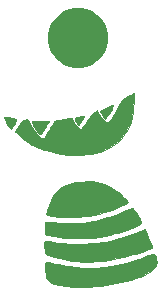
<source format=gbr>
G04 #@! TF.GenerationSoftware,KiCad,Pcbnew,5.1.4-e60b266~84~ubuntu18.04.1*
G04 #@! TF.CreationDate,2019-08-18T12:13:47-06:00*
G04 #@! TF.ProjectId,Tiny,54696e79-2e6b-4696-9361-645f70636258,rev?*
G04 #@! TF.SameCoordinates,Original*
G04 #@! TF.FileFunction,Soldermask,Bot*
G04 #@! TF.FilePolarity,Negative*
%FSLAX46Y46*%
G04 Gerber Fmt 4.6, Leading zero omitted, Abs format (unit mm)*
G04 Created by KiCad (PCBNEW 5.1.4-e60b266~84~ubuntu18.04.1) date 2019-08-18 12:13:47*
%MOMM*%
%LPD*%
G04 APERTURE LIST*
%ADD10C,0.010000*%
%ADD11C,0.100000*%
G04 APERTURE END LIST*
D10*
G36*
X158813480Y-93885712D02*
G01*
X158881369Y-93924710D01*
X158937543Y-93997703D01*
X158952157Y-94024409D01*
X158980521Y-94099277D01*
X159006369Y-94203675D01*
X159027450Y-94324801D01*
X159041516Y-94449851D01*
X159046333Y-94560564D01*
X159042905Y-94655089D01*
X159029352Y-94729025D01*
X159000770Y-94803793D01*
X158981481Y-94843852D01*
X158888080Y-94988543D01*
X158754232Y-95131778D01*
X158581817Y-95272865D01*
X158372717Y-95411115D01*
X158128811Y-95545836D01*
X157851979Y-95676337D01*
X157544102Y-95801927D01*
X157207059Y-95921916D01*
X156842731Y-96035614D01*
X156452998Y-96142328D01*
X156039739Y-96241369D01*
X155604836Y-96332045D01*
X155150167Y-96413665D01*
X154677614Y-96485540D01*
X154421417Y-96519338D01*
X154095523Y-96556920D01*
X153779500Y-96586449D01*
X153461685Y-96608679D01*
X153130412Y-96624365D01*
X152774018Y-96634260D01*
X152601083Y-96637042D01*
X152409593Y-96639416D01*
X152253838Y-96640863D01*
X152127223Y-96641070D01*
X152023155Y-96639721D01*
X151935039Y-96636502D01*
X151856282Y-96631100D01*
X151780290Y-96623200D01*
X151700467Y-96612487D01*
X151610221Y-96598648D01*
X151532167Y-96586099D01*
X151243468Y-96537619D01*
X150976574Y-96489305D01*
X150734484Y-96441825D01*
X150520197Y-96395847D01*
X150336713Y-96352039D01*
X150187033Y-96311071D01*
X150074154Y-96273611D01*
X150014998Y-96247988D01*
X149911442Y-96177755D01*
X149828817Y-96082188D01*
X149764201Y-95956572D01*
X149714670Y-95796190D01*
X149703258Y-95745140D01*
X149674016Y-95591734D01*
X149647230Y-95426415D01*
X149624054Y-95258780D01*
X149605642Y-95098423D01*
X149593147Y-94954940D01*
X149587721Y-94837925D01*
X149588187Y-94787888D01*
X149592721Y-94700257D01*
X149600063Y-94643260D01*
X149613959Y-94605212D01*
X149638158Y-94574424D01*
X149664542Y-94549763D01*
X149707815Y-94514549D01*
X149747210Y-94495676D01*
X149793058Y-94492876D01*
X149855692Y-94505883D01*
X149945444Y-94534428D01*
X149967417Y-94541931D01*
X150182599Y-94608850D01*
X150433811Y-94674986D01*
X150714754Y-94739216D01*
X151019127Y-94800414D01*
X151340629Y-94857457D01*
X151672959Y-94909221D01*
X152009817Y-94954581D01*
X152344901Y-94992413D01*
X152643417Y-95019385D01*
X152814653Y-95028962D01*
X153017757Y-95033932D01*
X153242535Y-95034506D01*
X153478796Y-95030893D01*
X153716348Y-95023304D01*
X153944999Y-95011948D01*
X154154557Y-94997035D01*
X154273250Y-94985796D01*
X154707215Y-94933035D01*
X155145646Y-94867061D01*
X155582521Y-94789264D01*
X156011820Y-94701030D01*
X156427523Y-94603748D01*
X156823609Y-94498806D01*
X157194058Y-94387592D01*
X157532849Y-94271492D01*
X157765891Y-94180663D01*
X157961565Y-94102183D01*
X158147353Y-94032623D01*
X158318103Y-93973631D01*
X158468663Y-93926853D01*
X158593881Y-93893940D01*
X158688606Y-93876538D01*
X158723941Y-93874167D01*
X158813480Y-93885712D01*
X158813480Y-93885712D01*
G37*
X158813480Y-93885712D02*
X158881369Y-93924710D01*
X158937543Y-93997703D01*
X158952157Y-94024409D01*
X158980521Y-94099277D01*
X159006369Y-94203675D01*
X159027450Y-94324801D01*
X159041516Y-94449851D01*
X159046333Y-94560564D01*
X159042905Y-94655089D01*
X159029352Y-94729025D01*
X159000770Y-94803793D01*
X158981481Y-94843852D01*
X158888080Y-94988543D01*
X158754232Y-95131778D01*
X158581817Y-95272865D01*
X158372717Y-95411115D01*
X158128811Y-95545836D01*
X157851979Y-95676337D01*
X157544102Y-95801927D01*
X157207059Y-95921916D01*
X156842731Y-96035614D01*
X156452998Y-96142328D01*
X156039739Y-96241369D01*
X155604836Y-96332045D01*
X155150167Y-96413665D01*
X154677614Y-96485540D01*
X154421417Y-96519338D01*
X154095523Y-96556920D01*
X153779500Y-96586449D01*
X153461685Y-96608679D01*
X153130412Y-96624365D01*
X152774018Y-96634260D01*
X152601083Y-96637042D01*
X152409593Y-96639416D01*
X152253838Y-96640863D01*
X152127223Y-96641070D01*
X152023155Y-96639721D01*
X151935039Y-96636502D01*
X151856282Y-96631100D01*
X151780290Y-96623200D01*
X151700467Y-96612487D01*
X151610221Y-96598648D01*
X151532167Y-96586099D01*
X151243468Y-96537619D01*
X150976574Y-96489305D01*
X150734484Y-96441825D01*
X150520197Y-96395847D01*
X150336713Y-96352039D01*
X150187033Y-96311071D01*
X150074154Y-96273611D01*
X150014998Y-96247988D01*
X149911442Y-96177755D01*
X149828817Y-96082188D01*
X149764201Y-95956572D01*
X149714670Y-95796190D01*
X149703258Y-95745140D01*
X149674016Y-95591734D01*
X149647230Y-95426415D01*
X149624054Y-95258780D01*
X149605642Y-95098423D01*
X149593147Y-94954940D01*
X149587721Y-94837925D01*
X149588187Y-94787888D01*
X149592721Y-94700257D01*
X149600063Y-94643260D01*
X149613959Y-94605212D01*
X149638158Y-94574424D01*
X149664542Y-94549763D01*
X149707815Y-94514549D01*
X149747210Y-94495676D01*
X149793058Y-94492876D01*
X149855692Y-94505883D01*
X149945444Y-94534428D01*
X149967417Y-94541931D01*
X150182599Y-94608850D01*
X150433811Y-94674986D01*
X150714754Y-94739216D01*
X151019127Y-94800414D01*
X151340629Y-94857457D01*
X151672959Y-94909221D01*
X152009817Y-94954581D01*
X152344901Y-94992413D01*
X152643417Y-95019385D01*
X152814653Y-95028962D01*
X153017757Y-95033932D01*
X153242535Y-95034506D01*
X153478796Y-95030893D01*
X153716348Y-95023304D01*
X153944999Y-95011948D01*
X154154557Y-94997035D01*
X154273250Y-94985796D01*
X154707215Y-94933035D01*
X155145646Y-94867061D01*
X155582521Y-94789264D01*
X156011820Y-94701030D01*
X156427523Y-94603748D01*
X156823609Y-94498806D01*
X157194058Y-94387592D01*
X157532849Y-94271492D01*
X157765891Y-94180663D01*
X157961565Y-94102183D01*
X158147353Y-94032623D01*
X158318103Y-93973631D01*
X158468663Y-93926853D01*
X158593881Y-93893940D01*
X158688606Y-93876538D01*
X158723941Y-93874167D01*
X158813480Y-93885712D01*
G36*
X158073076Y-91774180D02*
G01*
X158078861Y-91783958D01*
X158089982Y-91810662D01*
X158114948Y-91870205D01*
X158151164Y-91956415D01*
X158196039Y-92063120D01*
X158246977Y-92184146D01*
X158263408Y-92223167D01*
X158355846Y-92444233D01*
X158438111Y-92644153D01*
X158509016Y-92819913D01*
X158567375Y-92968503D01*
X158612004Y-93086910D01*
X158641715Y-93172122D01*
X158654254Y-93215740D01*
X158659304Y-93254704D01*
X158648452Y-93283629D01*
X158614135Y-93313747D01*
X158567651Y-93344380D01*
X158475284Y-93394975D01*
X158346310Y-93453744D01*
X158185331Y-93519157D01*
X157996945Y-93589686D01*
X157785754Y-93663801D01*
X157556356Y-93739972D01*
X157313352Y-93816671D01*
X157061342Y-93892368D01*
X156804927Y-93965533D01*
X156548705Y-94034638D01*
X156309216Y-94095242D01*
X155721846Y-94225459D01*
X155116000Y-94334694D01*
X154510699Y-94419737D01*
X154167417Y-94456708D01*
X154047754Y-94466236D01*
X153900688Y-94475066D01*
X153734225Y-94482981D01*
X153556371Y-94489763D01*
X153375133Y-94495194D01*
X153198518Y-94499057D01*
X153034532Y-94501134D01*
X152891181Y-94501208D01*
X152776473Y-94499060D01*
X152717500Y-94496118D01*
X152296231Y-94460292D01*
X151905875Y-94415525D01*
X151535605Y-94359936D01*
X151174593Y-94291642D01*
X150812012Y-94208761D01*
X150437035Y-94109412D01*
X150350016Y-94084645D01*
X150130796Y-94019538D01*
X149951872Y-93961989D01*
X149811980Y-93911512D01*
X149709854Y-93867622D01*
X149644229Y-93829834D01*
X149617093Y-93803568D01*
X149599106Y-93755178D01*
X149582510Y-93671168D01*
X149567956Y-93558244D01*
X149556096Y-93423114D01*
X149547579Y-93272483D01*
X149543059Y-93113059D01*
X149542500Y-93035387D01*
X149542402Y-92919168D01*
X149545610Y-92832864D01*
X149557375Y-92773406D01*
X149582952Y-92737725D01*
X149627591Y-92722755D01*
X149696545Y-92725427D01*
X149795067Y-92742673D01*
X149928410Y-92771424D01*
X149976417Y-92781928D01*
X150169763Y-92822407D01*
X150351618Y-92856642D01*
X150528348Y-92885253D01*
X150706319Y-92908858D01*
X150891900Y-92928078D01*
X151091455Y-92943533D01*
X151311353Y-92955841D01*
X151557960Y-92965623D01*
X151837643Y-92973499D01*
X151976667Y-92976600D01*
X152231572Y-92979982D01*
X152498734Y-92979999D01*
X152770964Y-92976875D01*
X153041074Y-92970832D01*
X153301875Y-92962095D01*
X153546179Y-92950888D01*
X153766796Y-92937436D01*
X153956537Y-92921961D01*
X154051000Y-92911983D01*
X154373792Y-92867138D01*
X154710433Y-92806580D01*
X155063904Y-92729486D01*
X155437182Y-92635029D01*
X155833248Y-92522384D01*
X156255081Y-92390725D01*
X156705659Y-92239228D01*
X157187963Y-92067067D01*
X157446854Y-91971139D01*
X157594056Y-91916299D01*
X157728928Y-91866668D01*
X157846231Y-91824125D01*
X157940727Y-91790549D01*
X158007176Y-91767817D01*
X158040342Y-91757809D01*
X158042548Y-91757500D01*
X158073076Y-91774180D01*
X158073076Y-91774180D01*
G37*
X158073076Y-91774180D02*
X158078861Y-91783958D01*
X158089982Y-91810662D01*
X158114948Y-91870205D01*
X158151164Y-91956415D01*
X158196039Y-92063120D01*
X158246977Y-92184146D01*
X158263408Y-92223167D01*
X158355846Y-92444233D01*
X158438111Y-92644153D01*
X158509016Y-92819913D01*
X158567375Y-92968503D01*
X158612004Y-93086910D01*
X158641715Y-93172122D01*
X158654254Y-93215740D01*
X158659304Y-93254704D01*
X158648452Y-93283629D01*
X158614135Y-93313747D01*
X158567651Y-93344380D01*
X158475284Y-93394975D01*
X158346310Y-93453744D01*
X158185331Y-93519157D01*
X157996945Y-93589686D01*
X157785754Y-93663801D01*
X157556356Y-93739972D01*
X157313352Y-93816671D01*
X157061342Y-93892368D01*
X156804927Y-93965533D01*
X156548705Y-94034638D01*
X156309216Y-94095242D01*
X155721846Y-94225459D01*
X155116000Y-94334694D01*
X154510699Y-94419737D01*
X154167417Y-94456708D01*
X154047754Y-94466236D01*
X153900688Y-94475066D01*
X153734225Y-94482981D01*
X153556371Y-94489763D01*
X153375133Y-94495194D01*
X153198518Y-94499057D01*
X153034532Y-94501134D01*
X152891181Y-94501208D01*
X152776473Y-94499060D01*
X152717500Y-94496118D01*
X152296231Y-94460292D01*
X151905875Y-94415525D01*
X151535605Y-94359936D01*
X151174593Y-94291642D01*
X150812012Y-94208761D01*
X150437035Y-94109412D01*
X150350016Y-94084645D01*
X150130796Y-94019538D01*
X149951872Y-93961989D01*
X149811980Y-93911512D01*
X149709854Y-93867622D01*
X149644229Y-93829834D01*
X149617093Y-93803568D01*
X149599106Y-93755178D01*
X149582510Y-93671168D01*
X149567956Y-93558244D01*
X149556096Y-93423114D01*
X149547579Y-93272483D01*
X149543059Y-93113059D01*
X149542500Y-93035387D01*
X149542402Y-92919168D01*
X149545610Y-92832864D01*
X149557375Y-92773406D01*
X149582952Y-92737725D01*
X149627591Y-92722755D01*
X149696545Y-92725427D01*
X149795067Y-92742673D01*
X149928410Y-92771424D01*
X149976417Y-92781928D01*
X150169763Y-92822407D01*
X150351618Y-92856642D01*
X150528348Y-92885253D01*
X150706319Y-92908858D01*
X150891900Y-92928078D01*
X151091455Y-92943533D01*
X151311353Y-92955841D01*
X151557960Y-92965623D01*
X151837643Y-92973499D01*
X151976667Y-92976600D01*
X152231572Y-92979982D01*
X152498734Y-92979999D01*
X152770964Y-92976875D01*
X153041074Y-92970832D01*
X153301875Y-92962095D01*
X153546179Y-92950888D01*
X153766796Y-92937436D01*
X153956537Y-92921961D01*
X154051000Y-92911983D01*
X154373792Y-92867138D01*
X154710433Y-92806580D01*
X155063904Y-92729486D01*
X155437182Y-92635029D01*
X155833248Y-92522384D01*
X156255081Y-92390725D01*
X156705659Y-92239228D01*
X157187963Y-92067067D01*
X157446854Y-91971139D01*
X157594056Y-91916299D01*
X157728928Y-91866668D01*
X157846231Y-91824125D01*
X157940727Y-91790549D01*
X158007176Y-91767817D01*
X158040342Y-91757809D01*
X158042548Y-91757500D01*
X158073076Y-91774180D01*
G36*
X157007071Y-89946745D02*
G01*
X157033149Y-89966800D01*
X157036384Y-89969717D01*
X157084203Y-90022183D01*
X157145516Y-90103392D01*
X157216932Y-90207501D01*
X157295063Y-90328666D01*
X157376520Y-90461045D01*
X157457912Y-90598794D01*
X157535851Y-90736070D01*
X157606948Y-90867031D01*
X157667812Y-90985833D01*
X157715055Y-91086633D01*
X157745287Y-91163588D01*
X157755167Y-91208857D01*
X157735288Y-91248409D01*
X157677900Y-91297659D01*
X157586376Y-91355319D01*
X157464089Y-91420098D01*
X157314413Y-91490707D01*
X157140721Y-91565855D01*
X156946386Y-91644253D01*
X156734781Y-91724612D01*
X156509279Y-91805641D01*
X156273254Y-91886050D01*
X156030079Y-91964550D01*
X155783126Y-92039850D01*
X155535770Y-92110662D01*
X155291383Y-92175695D01*
X155109333Y-92220550D01*
X154642290Y-92323060D01*
X154199120Y-92403615D01*
X153783498Y-92461624D01*
X153399097Y-92496499D01*
X153384250Y-92497415D01*
X153193096Y-92506976D01*
X152970969Y-92514754D01*
X152728527Y-92520626D01*
X152476427Y-92524468D01*
X152225328Y-92526158D01*
X151985887Y-92525572D01*
X151768764Y-92522589D01*
X151606250Y-92517943D01*
X151440358Y-92509571D01*
X151287618Y-92496836D01*
X151133479Y-92478043D01*
X150963389Y-92451495D01*
X150823083Y-92426665D01*
X150678927Y-92399813D01*
X150514806Y-92368513D01*
X150339571Y-92334518D01*
X150162074Y-92299583D01*
X149991166Y-92265461D01*
X149835697Y-92233907D01*
X149704520Y-92206673D01*
X149609863Y-92186268D01*
X149560810Y-92175352D01*
X149567530Y-91703337D01*
X149569956Y-91549119D01*
X149572646Y-91431368D01*
X149576165Y-91344216D01*
X149581076Y-91281797D01*
X149587944Y-91238245D01*
X149597336Y-91207694D01*
X149609814Y-91184277D01*
X149618713Y-91171619D01*
X149658095Y-91134911D01*
X149714375Y-91112596D01*
X149793226Y-91104161D01*
X149900325Y-91109092D01*
X150041346Y-91126874D01*
X150067887Y-91130948D01*
X150232296Y-91153448D01*
X150415869Y-91172228D01*
X150622195Y-91187456D01*
X150854865Y-91199298D01*
X151117469Y-91207922D01*
X151413599Y-91213497D01*
X151746843Y-91216188D01*
X151902583Y-91216501D01*
X152154244Y-91216210D01*
X152369756Y-91214753D01*
X152555298Y-91211583D01*
X152717050Y-91206157D01*
X152861190Y-91197931D01*
X152993899Y-91186359D01*
X153121355Y-91170897D01*
X153249739Y-91151002D01*
X153385230Y-91126127D01*
X153534006Y-91095729D01*
X153702248Y-91059264D01*
X153712333Y-91057040D01*
X154150182Y-90954508D01*
X154560464Y-90845435D01*
X154954555Y-90726077D01*
X155343827Y-90592691D01*
X155739654Y-90441532D01*
X156153409Y-90268857D01*
X156294667Y-90207026D01*
X156431552Y-90147154D01*
X156562865Y-90090954D01*
X156681222Y-90041492D01*
X156779238Y-90001834D01*
X156849528Y-89975045D01*
X156870979Y-89967744D01*
X156939097Y-89947373D01*
X156980091Y-89940322D01*
X157007071Y-89946745D01*
X157007071Y-89946745D01*
G37*
X157007071Y-89946745D02*
X157033149Y-89966800D01*
X157036384Y-89969717D01*
X157084203Y-90022183D01*
X157145516Y-90103392D01*
X157216932Y-90207501D01*
X157295063Y-90328666D01*
X157376520Y-90461045D01*
X157457912Y-90598794D01*
X157535851Y-90736070D01*
X157606948Y-90867031D01*
X157667812Y-90985833D01*
X157715055Y-91086633D01*
X157745287Y-91163588D01*
X157755167Y-91208857D01*
X157735288Y-91248409D01*
X157677900Y-91297659D01*
X157586376Y-91355319D01*
X157464089Y-91420098D01*
X157314413Y-91490707D01*
X157140721Y-91565855D01*
X156946386Y-91644253D01*
X156734781Y-91724612D01*
X156509279Y-91805641D01*
X156273254Y-91886050D01*
X156030079Y-91964550D01*
X155783126Y-92039850D01*
X155535770Y-92110662D01*
X155291383Y-92175695D01*
X155109333Y-92220550D01*
X154642290Y-92323060D01*
X154199120Y-92403615D01*
X153783498Y-92461624D01*
X153399097Y-92496499D01*
X153384250Y-92497415D01*
X153193096Y-92506976D01*
X152970969Y-92514754D01*
X152728527Y-92520626D01*
X152476427Y-92524468D01*
X152225328Y-92526158D01*
X151985887Y-92525572D01*
X151768764Y-92522589D01*
X151606250Y-92517943D01*
X151440358Y-92509571D01*
X151287618Y-92496836D01*
X151133479Y-92478043D01*
X150963389Y-92451495D01*
X150823083Y-92426665D01*
X150678927Y-92399813D01*
X150514806Y-92368513D01*
X150339571Y-92334518D01*
X150162074Y-92299583D01*
X149991166Y-92265461D01*
X149835697Y-92233907D01*
X149704520Y-92206673D01*
X149609863Y-92186268D01*
X149560810Y-92175352D01*
X149567530Y-91703337D01*
X149569956Y-91549119D01*
X149572646Y-91431368D01*
X149576165Y-91344216D01*
X149581076Y-91281797D01*
X149587944Y-91238245D01*
X149597336Y-91207694D01*
X149609814Y-91184277D01*
X149618713Y-91171619D01*
X149658095Y-91134911D01*
X149714375Y-91112596D01*
X149793226Y-91104161D01*
X149900325Y-91109092D01*
X150041346Y-91126874D01*
X150067887Y-91130948D01*
X150232296Y-91153448D01*
X150415869Y-91172228D01*
X150622195Y-91187456D01*
X150854865Y-91199298D01*
X151117469Y-91207922D01*
X151413599Y-91213497D01*
X151746843Y-91216188D01*
X151902583Y-91216501D01*
X152154244Y-91216210D01*
X152369756Y-91214753D01*
X152555298Y-91211583D01*
X152717050Y-91206157D01*
X152861190Y-91197931D01*
X152993899Y-91186359D01*
X153121355Y-91170897D01*
X153249739Y-91151002D01*
X153385230Y-91126127D01*
X153534006Y-91095729D01*
X153702248Y-91059264D01*
X153712333Y-91057040D01*
X154150182Y-90954508D01*
X154560464Y-90845435D01*
X154954555Y-90726077D01*
X155343827Y-90592691D01*
X155739654Y-90441532D01*
X156153409Y-90268857D01*
X156294667Y-90207026D01*
X156431552Y-90147154D01*
X156562865Y-90090954D01*
X156681222Y-90041492D01*
X156779238Y-90001834D01*
X156849528Y-89975045D01*
X156870979Y-89967744D01*
X156939097Y-89947373D01*
X156980091Y-89940322D01*
X157007071Y-89946745D01*
G36*
X153577636Y-87702156D02*
G01*
X153606500Y-87703744D01*
X153921999Y-87745595D01*
X154248190Y-87825217D01*
X154581196Y-87940633D01*
X154917142Y-88089867D01*
X155252149Y-88270941D01*
X155582342Y-88481878D01*
X155903844Y-88720704D01*
X156212778Y-88985439D01*
X156321748Y-89088232D01*
X156437468Y-89203750D01*
X156521389Y-89295904D01*
X156575327Y-89367066D01*
X156601095Y-89419610D01*
X156601348Y-89453896D01*
X156570815Y-89489967D01*
X156504308Y-89538282D01*
X156405738Y-89596898D01*
X156279014Y-89663866D01*
X156128048Y-89737242D01*
X155956749Y-89815079D01*
X155769028Y-89895432D01*
X155568794Y-89976353D01*
X155490333Y-90006812D01*
X155029129Y-90176071D01*
X154590464Y-90320139D01*
X154166699Y-90440385D01*
X153750194Y-90538181D01*
X153333310Y-90614898D01*
X152908407Y-90671906D01*
X152467847Y-90710575D01*
X152003988Y-90732278D01*
X151509192Y-90738384D01*
X151415750Y-90737929D01*
X151271015Y-90736586D01*
X151135767Y-90734793D01*
X151017364Y-90732688D01*
X150923164Y-90730412D01*
X150860528Y-90728105D01*
X150844250Y-90727064D01*
X150717940Y-90714098D01*
X150577398Y-90696227D01*
X150429266Y-90674652D01*
X150280190Y-90650574D01*
X150136813Y-90625195D01*
X150005781Y-90599716D01*
X149893736Y-90575337D01*
X149807323Y-90553260D01*
X149753187Y-90534686D01*
X149740881Y-90527590D01*
X149721010Y-90499102D01*
X149713854Y-90452988D01*
X149719788Y-90383283D01*
X149739191Y-90284024D01*
X149762301Y-90188589D01*
X149822115Y-89982020D01*
X149898244Y-89764166D01*
X149986848Y-89543379D01*
X150084083Y-89328013D01*
X150186108Y-89126421D01*
X150289081Y-88946955D01*
X150389159Y-88797968D01*
X150420697Y-88757160D01*
X150649283Y-88504470D01*
X150900980Y-88283804D01*
X151171914Y-88098310D01*
X151352250Y-88000179D01*
X151613490Y-87886726D01*
X151868919Y-87807908D01*
X152130654Y-87760012D01*
X152139565Y-87758913D01*
X152237717Y-87749138D01*
X152366717Y-87739495D01*
X152518803Y-87730276D01*
X152686210Y-87721774D01*
X152861174Y-87714281D01*
X153035933Y-87708087D01*
X153202722Y-87703486D01*
X153353778Y-87700769D01*
X153481337Y-87700229D01*
X153577636Y-87702156D01*
X153577636Y-87702156D01*
G37*
X153577636Y-87702156D02*
X153606500Y-87703744D01*
X153921999Y-87745595D01*
X154248190Y-87825217D01*
X154581196Y-87940633D01*
X154917142Y-88089867D01*
X155252149Y-88270941D01*
X155582342Y-88481878D01*
X155903844Y-88720704D01*
X156212778Y-88985439D01*
X156321748Y-89088232D01*
X156437468Y-89203750D01*
X156521389Y-89295904D01*
X156575327Y-89367066D01*
X156601095Y-89419610D01*
X156601348Y-89453896D01*
X156570815Y-89489967D01*
X156504308Y-89538282D01*
X156405738Y-89596898D01*
X156279014Y-89663866D01*
X156128048Y-89737242D01*
X155956749Y-89815079D01*
X155769028Y-89895432D01*
X155568794Y-89976353D01*
X155490333Y-90006812D01*
X155029129Y-90176071D01*
X154590464Y-90320139D01*
X154166699Y-90440385D01*
X153750194Y-90538181D01*
X153333310Y-90614898D01*
X152908407Y-90671906D01*
X152467847Y-90710575D01*
X152003988Y-90732278D01*
X151509192Y-90738384D01*
X151415750Y-90737929D01*
X151271015Y-90736586D01*
X151135767Y-90734793D01*
X151017364Y-90732688D01*
X150923164Y-90730412D01*
X150860528Y-90728105D01*
X150844250Y-90727064D01*
X150717940Y-90714098D01*
X150577398Y-90696227D01*
X150429266Y-90674652D01*
X150280190Y-90650574D01*
X150136813Y-90625195D01*
X150005781Y-90599716D01*
X149893736Y-90575337D01*
X149807323Y-90553260D01*
X149753187Y-90534686D01*
X149740881Y-90527590D01*
X149721010Y-90499102D01*
X149713854Y-90452988D01*
X149719788Y-90383283D01*
X149739191Y-90284024D01*
X149762301Y-90188589D01*
X149822115Y-89982020D01*
X149898244Y-89764166D01*
X149986848Y-89543379D01*
X150084083Y-89328013D01*
X150186108Y-89126421D01*
X150289081Y-88946955D01*
X150389159Y-88797968D01*
X150420697Y-88757160D01*
X150649283Y-88504470D01*
X150900980Y-88283804D01*
X151171914Y-88098310D01*
X151352250Y-88000179D01*
X151613490Y-87886726D01*
X151868919Y-87807908D01*
X152130654Y-87760012D01*
X152139565Y-87758913D01*
X152237717Y-87749138D01*
X152366717Y-87739495D01*
X152518803Y-87730276D01*
X152686210Y-87721774D01*
X152861174Y-87714281D01*
X153035933Y-87708087D01*
X153202722Y-87703486D01*
X153353778Y-87700769D01*
X153481337Y-87700229D01*
X153577636Y-87702156D01*
G36*
X157128193Y-80384094D02*
G01*
X157124613Y-80451334D01*
X157119307Y-80551301D01*
X157112781Y-80674450D01*
X157105540Y-80811231D01*
X157098100Y-80951917D01*
X157064392Y-81403866D01*
X157012713Y-81828993D01*
X156943579Y-82224785D01*
X156857504Y-82588728D01*
X156755003Y-82918311D01*
X156636591Y-83211020D01*
X156633939Y-83216750D01*
X156522154Y-83426509D01*
X156378354Y-83646133D01*
X156208653Y-83867090D01*
X156019163Y-84080849D01*
X156001948Y-84098820D01*
X155767943Y-84328743D01*
X155535248Y-84529764D01*
X155298516Y-84704542D01*
X155052403Y-84855737D01*
X154791560Y-84986009D01*
X154510641Y-85098017D01*
X154204300Y-85194420D01*
X153867190Y-85277878D01*
X153493964Y-85351052D01*
X153479500Y-85353578D01*
X153091267Y-85411126D01*
X152700157Y-85448342D01*
X152292618Y-85466292D01*
X152020892Y-85468184D01*
X151871003Y-85466556D01*
X151724613Y-85463610D01*
X151590736Y-85459628D01*
X151478387Y-85454895D01*
X151396581Y-85449692D01*
X151378939Y-85448039D01*
X151133353Y-85415471D01*
X150861826Y-85367892D01*
X150576872Y-85307990D01*
X150291006Y-85238454D01*
X150016743Y-85161971D01*
X149944667Y-85139968D01*
X149753472Y-85077396D01*
X149548782Y-85005073D01*
X149336389Y-84925459D01*
X149122085Y-84841017D01*
X148911664Y-84754206D01*
X148710917Y-84667486D01*
X148525637Y-84583319D01*
X148361617Y-84504165D01*
X148224649Y-84432484D01*
X148120526Y-84370737D01*
X148098030Y-84355552D01*
X147995987Y-84281324D01*
X147882172Y-84193988D01*
X147761057Y-84097434D01*
X147637116Y-83995549D01*
X147514820Y-83892224D01*
X147398645Y-83791345D01*
X147293061Y-83696803D01*
X147202544Y-83612485D01*
X147131564Y-83542280D01*
X147084597Y-83490077D01*
X147066114Y-83459765D01*
X147066000Y-83458355D01*
X147077966Y-83426843D01*
X147110116Y-83371078D01*
X147156822Y-83300363D01*
X147187708Y-83257062D01*
X147246139Y-83175988D01*
X147319528Y-83072174D01*
X147399192Y-82957999D01*
X147476450Y-82845842D01*
X147489333Y-82826968D01*
X147577556Y-82702236D01*
X147652418Y-82609533D01*
X147720552Y-82543572D01*
X147788590Y-82499069D01*
X147863166Y-82470737D01*
X147950911Y-82453290D01*
X147959731Y-82452066D01*
X148058898Y-82447863D01*
X148133111Y-82469713D01*
X148191274Y-82522880D01*
X148242292Y-82612628D01*
X148246295Y-82621465D01*
X148351812Y-82844230D01*
X148465698Y-83060841D01*
X148584949Y-83266963D01*
X148706563Y-83458260D01*
X148827536Y-83630397D01*
X148944864Y-83779038D01*
X149055545Y-83899847D01*
X149156575Y-83988489D01*
X149222141Y-84030208D01*
X149315864Y-84067373D01*
X149391391Y-84070546D01*
X149456949Y-84038807D01*
X149497757Y-83999427D01*
X149572490Y-83905649D01*
X149662205Y-83778426D01*
X149763871Y-83622623D01*
X149874454Y-83443104D01*
X149990924Y-83244733D01*
X150110249Y-83032376D01*
X150176827Y-82909833D01*
X150232045Y-82808332D01*
X150282147Y-82718800D01*
X150322938Y-82648540D01*
X150350225Y-82604858D01*
X150357377Y-82595387D01*
X150386240Y-82583358D01*
X150452619Y-82566129D01*
X150552139Y-82544611D01*
X150680424Y-82519717D01*
X150833101Y-82492359D01*
X150933325Y-82475351D01*
X151088364Y-82448995D01*
X151236439Y-82422799D01*
X151370292Y-82398128D01*
X151482667Y-82376342D01*
X151566307Y-82358805D01*
X151607665Y-82348747D01*
X151681213Y-82327757D01*
X151736563Y-82314982D01*
X151779574Y-82314448D01*
X151816102Y-82330181D01*
X151852006Y-82366208D01*
X151893144Y-82426554D01*
X151945375Y-82515248D01*
X152007064Y-82623256D01*
X152067497Y-82721657D01*
X152139971Y-82828752D01*
X152218699Y-82937073D01*
X152297893Y-83039152D01*
X152371767Y-83127521D01*
X152434533Y-83194712D01*
X152479209Y-83232513D01*
X152534588Y-83258940D01*
X152582781Y-83269555D01*
X152625343Y-83252257D01*
X152685736Y-83203216D01*
X152759947Y-83126950D01*
X152843962Y-83027978D01*
X152933767Y-82910818D01*
X153025349Y-82779990D01*
X153047873Y-82745949D01*
X153154978Y-82582507D01*
X153242340Y-82450075D01*
X153313164Y-82344090D01*
X153370655Y-82259989D01*
X153418020Y-82193209D01*
X153458464Y-82139187D01*
X153495192Y-82093359D01*
X153531411Y-82051162D01*
X153552514Y-82027584D01*
X153603995Y-81976175D01*
X153672510Y-81915183D01*
X153750138Y-81850777D01*
X153828960Y-81789127D01*
X153901057Y-81736402D01*
X153958509Y-81698774D01*
X153993396Y-81682410D01*
X153995894Y-81682167D01*
X154011208Y-81699437D01*
X154038192Y-81744045D01*
X154061940Y-81788704D01*
X154119592Y-81893703D01*
X154191698Y-82011692D01*
X154273019Y-82135353D01*
X154358316Y-82257366D01*
X154442351Y-82370413D01*
X154519886Y-82467173D01*
X154585681Y-82540329D01*
X154625853Y-82576574D01*
X154694856Y-82619037D01*
X154769708Y-82652733D01*
X154777692Y-82655427D01*
X154842774Y-82668512D01*
X154906829Y-82663815D01*
X154971762Y-82639103D01*
X155039477Y-82592143D01*
X155111879Y-82520702D01*
X155190874Y-82422547D01*
X155278366Y-82295444D01*
X155376259Y-82137161D01*
X155486459Y-81945463D01*
X155610871Y-81718118D01*
X155667278Y-81612486D01*
X155785066Y-81393653D01*
X155887278Y-81210598D01*
X155975708Y-81060492D01*
X156052149Y-80940506D01*
X156118395Y-80847812D01*
X156176239Y-80779582D01*
X156222497Y-80736833D01*
X156328593Y-80658666D01*
X156452526Y-80576175D01*
X156586139Y-80493965D01*
X156721270Y-80416639D01*
X156849761Y-80348802D01*
X156963452Y-80295060D01*
X157054184Y-80260016D01*
X157080414Y-80252685D01*
X157135912Y-80239605D01*
X157128193Y-80384094D01*
X157128193Y-80384094D01*
G37*
X157128193Y-80384094D02*
X157124613Y-80451334D01*
X157119307Y-80551301D01*
X157112781Y-80674450D01*
X157105540Y-80811231D01*
X157098100Y-80951917D01*
X157064392Y-81403866D01*
X157012713Y-81828993D01*
X156943579Y-82224785D01*
X156857504Y-82588728D01*
X156755003Y-82918311D01*
X156636591Y-83211020D01*
X156633939Y-83216750D01*
X156522154Y-83426509D01*
X156378354Y-83646133D01*
X156208653Y-83867090D01*
X156019163Y-84080849D01*
X156001948Y-84098820D01*
X155767943Y-84328743D01*
X155535248Y-84529764D01*
X155298516Y-84704542D01*
X155052403Y-84855737D01*
X154791560Y-84986009D01*
X154510641Y-85098017D01*
X154204300Y-85194420D01*
X153867190Y-85277878D01*
X153493964Y-85351052D01*
X153479500Y-85353578D01*
X153091267Y-85411126D01*
X152700157Y-85448342D01*
X152292618Y-85466292D01*
X152020892Y-85468184D01*
X151871003Y-85466556D01*
X151724613Y-85463610D01*
X151590736Y-85459628D01*
X151478387Y-85454895D01*
X151396581Y-85449692D01*
X151378939Y-85448039D01*
X151133353Y-85415471D01*
X150861826Y-85367892D01*
X150576872Y-85307990D01*
X150291006Y-85238454D01*
X150016743Y-85161971D01*
X149944667Y-85139968D01*
X149753472Y-85077396D01*
X149548782Y-85005073D01*
X149336389Y-84925459D01*
X149122085Y-84841017D01*
X148911664Y-84754206D01*
X148710917Y-84667486D01*
X148525637Y-84583319D01*
X148361617Y-84504165D01*
X148224649Y-84432484D01*
X148120526Y-84370737D01*
X148098030Y-84355552D01*
X147995987Y-84281324D01*
X147882172Y-84193988D01*
X147761057Y-84097434D01*
X147637116Y-83995549D01*
X147514820Y-83892224D01*
X147398645Y-83791345D01*
X147293061Y-83696803D01*
X147202544Y-83612485D01*
X147131564Y-83542280D01*
X147084597Y-83490077D01*
X147066114Y-83459765D01*
X147066000Y-83458355D01*
X147077966Y-83426843D01*
X147110116Y-83371078D01*
X147156822Y-83300363D01*
X147187708Y-83257062D01*
X147246139Y-83175988D01*
X147319528Y-83072174D01*
X147399192Y-82957999D01*
X147476450Y-82845842D01*
X147489333Y-82826968D01*
X147577556Y-82702236D01*
X147652418Y-82609533D01*
X147720552Y-82543572D01*
X147788590Y-82499069D01*
X147863166Y-82470737D01*
X147950911Y-82453290D01*
X147959731Y-82452066D01*
X148058898Y-82447863D01*
X148133111Y-82469713D01*
X148191274Y-82522880D01*
X148242292Y-82612628D01*
X148246295Y-82621465D01*
X148351812Y-82844230D01*
X148465698Y-83060841D01*
X148584949Y-83266963D01*
X148706563Y-83458260D01*
X148827536Y-83630397D01*
X148944864Y-83779038D01*
X149055545Y-83899847D01*
X149156575Y-83988489D01*
X149222141Y-84030208D01*
X149315864Y-84067373D01*
X149391391Y-84070546D01*
X149456949Y-84038807D01*
X149497757Y-83999427D01*
X149572490Y-83905649D01*
X149662205Y-83778426D01*
X149763871Y-83622623D01*
X149874454Y-83443104D01*
X149990924Y-83244733D01*
X150110249Y-83032376D01*
X150176827Y-82909833D01*
X150232045Y-82808332D01*
X150282147Y-82718800D01*
X150322938Y-82648540D01*
X150350225Y-82604858D01*
X150357377Y-82595387D01*
X150386240Y-82583358D01*
X150452619Y-82566129D01*
X150552139Y-82544611D01*
X150680424Y-82519717D01*
X150833101Y-82492359D01*
X150933325Y-82475351D01*
X151088364Y-82448995D01*
X151236439Y-82422799D01*
X151370292Y-82398128D01*
X151482667Y-82376342D01*
X151566307Y-82358805D01*
X151607665Y-82348747D01*
X151681213Y-82327757D01*
X151736563Y-82314982D01*
X151779574Y-82314448D01*
X151816102Y-82330181D01*
X151852006Y-82366208D01*
X151893144Y-82426554D01*
X151945375Y-82515248D01*
X152007064Y-82623256D01*
X152067497Y-82721657D01*
X152139971Y-82828752D01*
X152218699Y-82937073D01*
X152297893Y-83039152D01*
X152371767Y-83127521D01*
X152434533Y-83194712D01*
X152479209Y-83232513D01*
X152534588Y-83258940D01*
X152582781Y-83269555D01*
X152625343Y-83252257D01*
X152685736Y-83203216D01*
X152759947Y-83126950D01*
X152843962Y-83027978D01*
X152933767Y-82910818D01*
X153025349Y-82779990D01*
X153047873Y-82745949D01*
X153154978Y-82582507D01*
X153242340Y-82450075D01*
X153313164Y-82344090D01*
X153370655Y-82259989D01*
X153418020Y-82193209D01*
X153458464Y-82139187D01*
X153495192Y-82093359D01*
X153531411Y-82051162D01*
X153552514Y-82027584D01*
X153603995Y-81976175D01*
X153672510Y-81915183D01*
X153750138Y-81850777D01*
X153828960Y-81789127D01*
X153901057Y-81736402D01*
X153958509Y-81698774D01*
X153993396Y-81682410D01*
X153995894Y-81682167D01*
X154011208Y-81699437D01*
X154038192Y-81744045D01*
X154061940Y-81788704D01*
X154119592Y-81893703D01*
X154191698Y-82011692D01*
X154273019Y-82135353D01*
X154358316Y-82257366D01*
X154442351Y-82370413D01*
X154519886Y-82467173D01*
X154585681Y-82540329D01*
X154625853Y-82576574D01*
X154694856Y-82619037D01*
X154769708Y-82652733D01*
X154777692Y-82655427D01*
X154842774Y-82668512D01*
X154906829Y-82663815D01*
X154971762Y-82639103D01*
X155039477Y-82592143D01*
X155111879Y-82520702D01*
X155190874Y-82422547D01*
X155278366Y-82295444D01*
X155376259Y-82137161D01*
X155486459Y-81945463D01*
X155610871Y-81718118D01*
X155667278Y-81612486D01*
X155785066Y-81393653D01*
X155887278Y-81210598D01*
X155975708Y-81060492D01*
X156052149Y-80940506D01*
X156118395Y-80847812D01*
X156176239Y-80779582D01*
X156222497Y-80736833D01*
X156328593Y-80658666D01*
X156452526Y-80576175D01*
X156586139Y-80493965D01*
X156721270Y-80416639D01*
X156849761Y-80348802D01*
X156963452Y-80295060D01*
X157054184Y-80260016D01*
X157080414Y-80252685D01*
X157135912Y-80239605D01*
X157128193Y-80384094D01*
G36*
X149612737Y-82574226D02*
G01*
X149722387Y-82575529D01*
X149802996Y-82577574D01*
X149848854Y-82580311D01*
X149855349Y-82581348D01*
X149905358Y-82593899D01*
X149827294Y-82735991D01*
X149781311Y-82816665D01*
X149719346Y-82921123D01*
X149646586Y-83041032D01*
X149568218Y-83168062D01*
X149489428Y-83293882D01*
X149415405Y-83410161D01*
X149351334Y-83508568D01*
X149302402Y-83580772D01*
X149293818Y-83592821D01*
X149235585Y-83668340D01*
X149190950Y-83709067D01*
X149152187Y-83716778D01*
X149111566Y-83693250D01*
X149065685Y-83645280D01*
X149003315Y-83566691D01*
X148926831Y-83460296D01*
X148842325Y-83335492D01*
X148755888Y-83201672D01*
X148673613Y-83068232D01*
X148601591Y-82944567D01*
X148554069Y-82856283D01*
X148516713Y-82783871D01*
X148488424Y-82725467D01*
X148472575Y-82679525D01*
X148472539Y-82644497D01*
X148491689Y-82618837D01*
X148533397Y-82600996D01*
X148601037Y-82589429D01*
X148697980Y-82582587D01*
X148827600Y-82578923D01*
X148993270Y-82576891D01*
X149166644Y-82575273D01*
X149329156Y-82574047D01*
X149479757Y-82573715D01*
X149612737Y-82574226D01*
X149612737Y-82574226D01*
G37*
X149612737Y-82574226D02*
X149722387Y-82575529D01*
X149802996Y-82577574D01*
X149848854Y-82580311D01*
X149855349Y-82581348D01*
X149905358Y-82593899D01*
X149827294Y-82735991D01*
X149781311Y-82816665D01*
X149719346Y-82921123D01*
X149646586Y-83041032D01*
X149568218Y-83168062D01*
X149489428Y-83293882D01*
X149415405Y-83410161D01*
X149351334Y-83508568D01*
X149302402Y-83580772D01*
X149293818Y-83592821D01*
X149235585Y-83668340D01*
X149190950Y-83709067D01*
X149152187Y-83716778D01*
X149111566Y-83693250D01*
X149065685Y-83645280D01*
X149003315Y-83566691D01*
X148926831Y-83460296D01*
X148842325Y-83335492D01*
X148755888Y-83201672D01*
X148673613Y-83068232D01*
X148601591Y-82944567D01*
X148554069Y-82856283D01*
X148516713Y-82783871D01*
X148488424Y-82725467D01*
X148472575Y-82679525D01*
X148472539Y-82644497D01*
X148491689Y-82618837D01*
X148533397Y-82600996D01*
X148601037Y-82589429D01*
X148697980Y-82582587D01*
X148827600Y-82578923D01*
X148993270Y-82576891D01*
X149166644Y-82575273D01*
X149329156Y-82574047D01*
X149479757Y-82573715D01*
X149612737Y-82574226D01*
G36*
X146238988Y-82236418D02*
G01*
X146331195Y-82247598D01*
X146458113Y-82267145D01*
X146505083Y-82274863D01*
X146692954Y-82307141D01*
X146842565Y-82335666D01*
X146957701Y-82361622D01*
X147042146Y-82386194D01*
X147099685Y-82410568D01*
X147134102Y-82435928D01*
X147149181Y-82463460D01*
X147150667Y-82476998D01*
X147140360Y-82522379D01*
X147112087Y-82594255D01*
X147069819Y-82685463D01*
X147017526Y-82788839D01*
X146959179Y-82897218D01*
X146898748Y-83003437D01*
X146840204Y-83100331D01*
X146787517Y-83180737D01*
X146744659Y-83237490D01*
X146715600Y-83263427D01*
X146714598Y-83263781D01*
X146693058Y-83250761D01*
X146655263Y-83209737D01*
X146607869Y-83148299D01*
X146585806Y-83116926D01*
X146493873Y-82978881D01*
X146405195Y-82838935D01*
X146322866Y-82702599D01*
X146249979Y-82575382D01*
X146189628Y-82462797D01*
X146144906Y-82370353D01*
X146118907Y-82303562D01*
X146113500Y-82275537D01*
X146118749Y-82253163D01*
X146137954Y-82239192D01*
X146176304Y-82233613D01*
X146238988Y-82236418D01*
X146238988Y-82236418D01*
G37*
X146238988Y-82236418D02*
X146331195Y-82247598D01*
X146458113Y-82267145D01*
X146505083Y-82274863D01*
X146692954Y-82307141D01*
X146842565Y-82335666D01*
X146957701Y-82361622D01*
X147042146Y-82386194D01*
X147099685Y-82410568D01*
X147134102Y-82435928D01*
X147149181Y-82463460D01*
X147150667Y-82476998D01*
X147140360Y-82522379D01*
X147112087Y-82594255D01*
X147069819Y-82685463D01*
X147017526Y-82788839D01*
X146959179Y-82897218D01*
X146898748Y-83003437D01*
X146840204Y-83100331D01*
X146787517Y-83180737D01*
X146744659Y-83237490D01*
X146715600Y-83263427D01*
X146714598Y-83263781D01*
X146693058Y-83250761D01*
X146655263Y-83209737D01*
X146607869Y-83148299D01*
X146585806Y-83116926D01*
X146493873Y-82978881D01*
X146405195Y-82838935D01*
X146322866Y-82702599D01*
X146249979Y-82575382D01*
X146189628Y-82462797D01*
X146144906Y-82370353D01*
X146118907Y-82303562D01*
X146113500Y-82275537D01*
X146118749Y-82253163D01*
X146137954Y-82239192D01*
X146176304Y-82233613D01*
X146238988Y-82236418D01*
G36*
X152862950Y-82171175D02*
G01*
X152882196Y-82181204D01*
X152886819Y-82201329D01*
X152886832Y-82203197D01*
X152874925Y-82247170D01*
X152842413Y-82316502D01*
X152794105Y-82403861D01*
X152734811Y-82501909D01*
X152669343Y-82603312D01*
X152602509Y-82700736D01*
X152539120Y-82786844D01*
X152483987Y-82854302D01*
X152441918Y-82895775D01*
X152426869Y-82904615D01*
X152398932Y-82895046D01*
X152355781Y-82861318D01*
X152326644Y-82832117D01*
X152270381Y-82759303D01*
X152214533Y-82668105D01*
X152166184Y-82572203D01*
X152132417Y-82485276D01*
X152121013Y-82435050D01*
X152124148Y-82386924D01*
X152152488Y-82349022D01*
X152182523Y-82326383D01*
X152250712Y-82291419D01*
X152349039Y-82255795D01*
X152465493Y-82222774D01*
X152588062Y-82195619D01*
X152704734Y-82177591D01*
X152743958Y-82173891D01*
X152819924Y-82169364D01*
X152862950Y-82171175D01*
X152862950Y-82171175D01*
G37*
X152862950Y-82171175D02*
X152882196Y-82181204D01*
X152886819Y-82201329D01*
X152886832Y-82203197D01*
X152874925Y-82247170D01*
X152842413Y-82316502D01*
X152794105Y-82403861D01*
X152734811Y-82501909D01*
X152669343Y-82603312D01*
X152602509Y-82700736D01*
X152539120Y-82786844D01*
X152483987Y-82854302D01*
X152441918Y-82895775D01*
X152426869Y-82904615D01*
X152398932Y-82895046D01*
X152355781Y-82861318D01*
X152326644Y-82832117D01*
X152270381Y-82759303D01*
X152214533Y-82668105D01*
X152166184Y-82572203D01*
X152132417Y-82485276D01*
X152121013Y-82435050D01*
X152124148Y-82386924D01*
X152152488Y-82349022D01*
X152182523Y-82326383D01*
X152250712Y-82291419D01*
X152349039Y-82255795D01*
X152465493Y-82222774D01*
X152588062Y-82195619D01*
X152704734Y-82177591D01*
X152743958Y-82173891D01*
X152819924Y-82169364D01*
X152862950Y-82171175D01*
G36*
X155378454Y-81241349D02*
G01*
X155381266Y-81263270D01*
X155370846Y-81300401D01*
X155345095Y-81359574D01*
X155301911Y-81447617D01*
X155289068Y-81473112D01*
X155226703Y-81591231D01*
X155155266Y-81717676D01*
X155078217Y-81847200D01*
X154999014Y-81974552D01*
X154921114Y-82094482D01*
X154847976Y-82201742D01*
X154783059Y-82291082D01*
X154729820Y-82357252D01*
X154691717Y-82395002D01*
X154677255Y-82401833D01*
X154643111Y-82387096D01*
X154618553Y-82364792D01*
X154585699Y-82319000D01*
X154536558Y-82240437D01*
X154474063Y-82134050D01*
X154401146Y-82004787D01*
X154349402Y-81910570D01*
X154260653Y-81747391D01*
X154351618Y-81680114D01*
X154412497Y-81640641D01*
X154498613Y-81592370D01*
X154603639Y-81538127D01*
X154721245Y-81480738D01*
X154845104Y-81423028D01*
X154968888Y-81367825D01*
X155086268Y-81317953D01*
X155190915Y-81276238D01*
X155276502Y-81245507D01*
X155336701Y-81228585D01*
X155364511Y-81227811D01*
X155378454Y-81241349D01*
X155378454Y-81241349D01*
G37*
X155378454Y-81241349D02*
X155381266Y-81263270D01*
X155370846Y-81300401D01*
X155345095Y-81359574D01*
X155301911Y-81447617D01*
X155289068Y-81473112D01*
X155226703Y-81591231D01*
X155155266Y-81717676D01*
X155078217Y-81847200D01*
X154999014Y-81974552D01*
X154921114Y-82094482D01*
X154847976Y-82201742D01*
X154783059Y-82291082D01*
X154729820Y-82357252D01*
X154691717Y-82395002D01*
X154677255Y-82401833D01*
X154643111Y-82387096D01*
X154618553Y-82364792D01*
X154585699Y-82319000D01*
X154536558Y-82240437D01*
X154474063Y-82134050D01*
X154401146Y-82004787D01*
X154349402Y-81910570D01*
X154260653Y-81747391D01*
X154351618Y-81680114D01*
X154412497Y-81640641D01*
X154498613Y-81592370D01*
X154603639Y-81538127D01*
X154721245Y-81480738D01*
X154845104Y-81423028D01*
X154968888Y-81367825D01*
X155086268Y-81317953D01*
X155190915Y-81276238D01*
X155276502Y-81245507D01*
X155336701Y-81228585D01*
X155364511Y-81227811D01*
X155378454Y-81241349D01*
D11*
G36*
X153144098Y-73112033D02*
G01*
X153608350Y-73304332D01*
X153608352Y-73304333D01*
X154026168Y-73583509D01*
X154381491Y-73938832D01*
X154660667Y-74356648D01*
X154660668Y-74356650D01*
X154852967Y-74820902D01*
X154951000Y-75313747D01*
X154951000Y-75816253D01*
X154852967Y-76309098D01*
X154660668Y-76773350D01*
X154660667Y-76773352D01*
X154381491Y-77191168D01*
X154026168Y-77546491D01*
X153608352Y-77825667D01*
X153608351Y-77825668D01*
X153608350Y-77825668D01*
X153144098Y-78017967D01*
X152651253Y-78116000D01*
X152148747Y-78116000D01*
X151655902Y-78017967D01*
X151191650Y-77825668D01*
X151191649Y-77825668D01*
X151191648Y-77825667D01*
X150773832Y-77546491D01*
X150418509Y-77191168D01*
X150139333Y-76773352D01*
X150139332Y-76773350D01*
X149947033Y-76309098D01*
X149849000Y-75816253D01*
X149849000Y-75313747D01*
X149947033Y-74820902D01*
X150139332Y-74356650D01*
X150139333Y-74356648D01*
X150418509Y-73938832D01*
X150773832Y-73583509D01*
X151191648Y-73304333D01*
X151191650Y-73304332D01*
X151655902Y-73112033D01*
X152148747Y-73014000D01*
X152651253Y-73014000D01*
X153144098Y-73112033D01*
X153144098Y-73112033D01*
G37*
M02*

</source>
